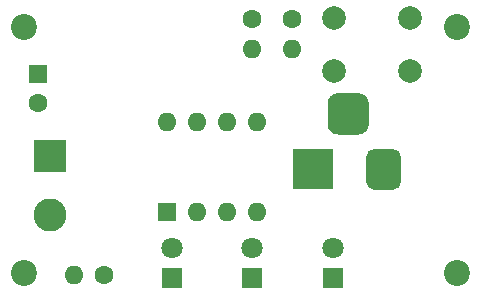
<source format=gbr>
G04 #@! TF.GenerationSoftware,KiCad,Pcbnew,(5.1.12-1-10_14)*
G04 #@! TF.CreationDate,2021-11-28T01:21:46-08:00*
G04 #@! TF.ProjectId,24h-timer-switch,3234682d-7469-46d6-9572-2d7377697463,1*
G04 #@! TF.SameCoordinates,Original*
G04 #@! TF.FileFunction,Soldermask,Bot*
G04 #@! TF.FilePolarity,Negative*
%FSLAX46Y46*%
G04 Gerber Fmt 4.6, Leading zero omitted, Abs format (unit mm)*
G04 Created by KiCad (PCBNEW (5.1.12-1-10_14)) date 2021-11-28 01:21:46*
%MOMM*%
%LPD*%
G01*
G04 APERTURE LIST*
%ADD10C,1.800000*%
%ADD11R,1.800000X1.800000*%
%ADD12C,2.800000*%
%ADD13R,2.800000X2.800000*%
%ADD14C,2.200000*%
%ADD15O,1.600000X1.600000*%
%ADD16C,1.600000*%
%ADD17R,1.600000X1.600000*%
%ADD18C,2.000000*%
%ADD19R,3.500000X3.500000*%
G04 APERTURE END LIST*
D10*
X144195800Y-90576400D03*
D11*
X144195800Y-93116400D03*
D10*
X137337800Y-90576400D03*
D11*
X137337800Y-93116400D03*
D10*
X130606800Y-90576400D03*
D11*
X130606800Y-93116400D03*
D12*
X120294400Y-87778600D03*
D13*
X120294400Y-82778600D03*
D14*
X154711400Y-92710000D03*
X154711400Y-71882000D03*
X118110000Y-71882000D03*
X118110000Y-92710000D03*
D15*
X137401300Y-73685400D03*
D16*
X137401300Y-71145400D03*
X119278400Y-78293600D03*
D17*
X119278400Y-75793600D03*
D15*
X130187700Y-79883000D03*
X137807700Y-87503000D03*
X132727700Y-79883000D03*
X135267700Y-87503000D03*
X135267700Y-79883000D03*
X132727700Y-87503000D03*
X137807700Y-79883000D03*
D17*
X130187700Y-87503000D03*
D18*
X150784700Y-71094600D03*
X150784700Y-75594600D03*
X144284700Y-71094600D03*
X144284700Y-75594600D03*
D15*
X122275600Y-92811600D03*
D16*
X124815600Y-92811600D03*
D15*
X140766800Y-73685400D03*
D16*
X140766800Y-71145400D03*
G36*
G01*
X147269400Y-78321200D02*
X147269400Y-80071200D01*
G75*
G02*
X146394400Y-80946200I-875000J0D01*
G01*
X144644400Y-80946200D01*
G75*
G02*
X143769400Y-80071200I0J875000D01*
G01*
X143769400Y-78321200D01*
G75*
G02*
X144644400Y-77446200I875000J0D01*
G01*
X146394400Y-77446200D01*
G75*
G02*
X147269400Y-78321200I0J-875000D01*
G01*
G37*
G36*
G01*
X150019400Y-82896200D02*
X150019400Y-84896200D01*
G75*
G02*
X149269400Y-85646200I-750000J0D01*
G01*
X147769400Y-85646200D01*
G75*
G02*
X147019400Y-84896200I0J750000D01*
G01*
X147019400Y-82896200D01*
G75*
G02*
X147769400Y-82146200I750000J0D01*
G01*
X149269400Y-82146200D01*
G75*
G02*
X150019400Y-82896200I0J-750000D01*
G01*
G37*
D19*
X142519400Y-83896200D03*
M02*

</source>
